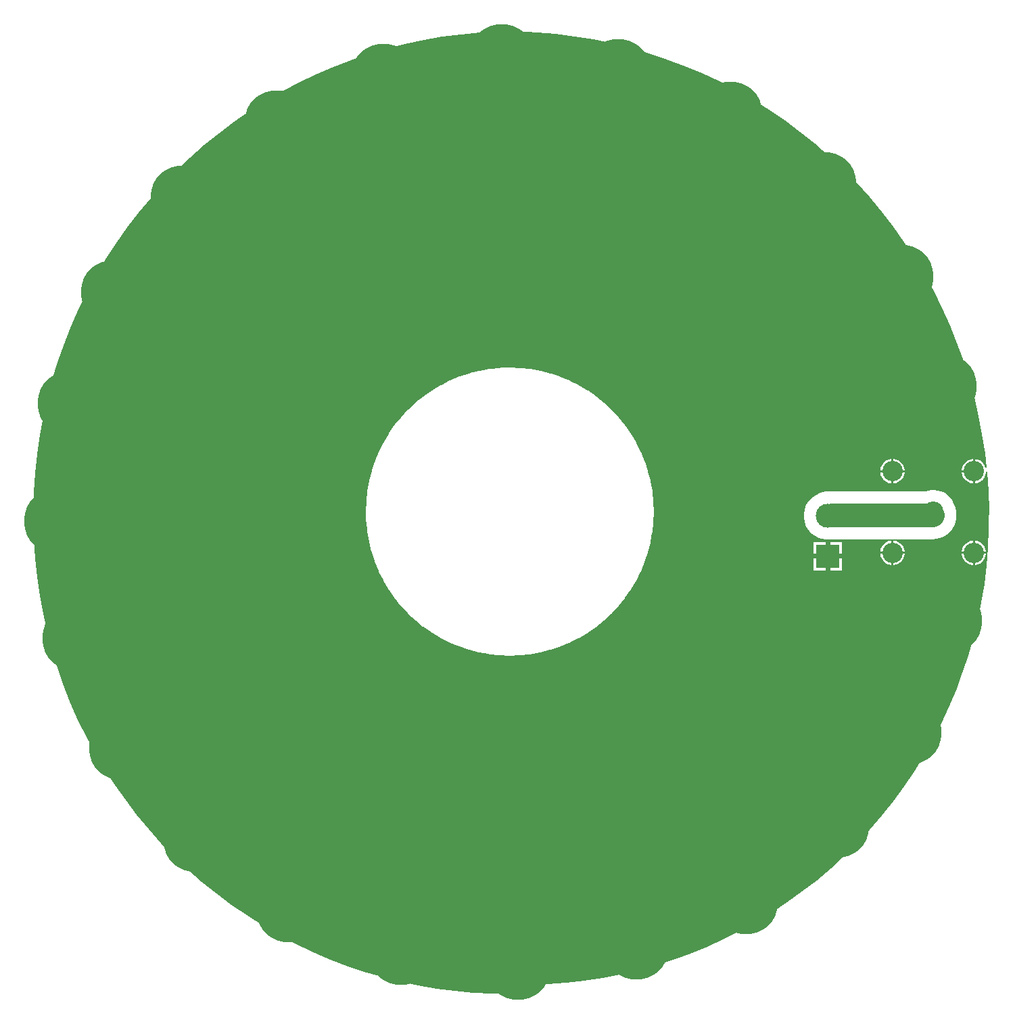
<source format=gbr>
%TF.GenerationSoftware,Altium Limited,Altium Designer,21.0.9 (235)*%
G04 Layer_Physical_Order=2*
G04 Layer_Color=16711680*
%FSLAX45Y45*%
%MOMM*%
%TF.SameCoordinates,F7A25A3E-D5AF-42C8-93B9-E033C83BC228*%
%TF.FilePolarity,Positive*%
%TF.FileFunction,Copper,L2,Bot,Signal*%
%TF.Part,Single*%
G01*
G75*
%TA.AperFunction,Conductor*%
%ADD10C,3.00000*%
%TA.AperFunction,ViaPad*%
%ADD11C,8.00000*%
%ADD12C,3.00000*%
%ADD13R,3.00000X3.00000*%
%TA.AperFunction,ComponentPad*%
%ADD14C,2.55000*%
G36*
X101698Y6012411D02*
X339689Y6001143D01*
X577055Y5980540D01*
X813429Y5950634D01*
X1048447Y5911471D01*
X1281745Y5863111D01*
X1512966Y5805630D01*
X1741751Y5739115D01*
X1967749Y5663669D01*
X2190611Y5579409D01*
X2409992Y5486464D01*
X2625556Y5384978D01*
X2836968Y5275108D01*
X3043905Y5157021D01*
X3246046Y5030902D01*
X3443079Y4896944D01*
X3634702Y4755354D01*
X3820617Y4606349D01*
X4000540Y4450161D01*
X4174192Y4287029D01*
X4341306Y4117205D01*
X4501623Y3940952D01*
X4654897Y3758540D01*
X4800892Y3570252D01*
X4939382Y3376377D01*
X5070153Y3177214D01*
X5193005Y2973071D01*
X5307747Y2764261D01*
X5414203Y2551108D01*
X5512209Y2333940D01*
X5601613Y2113092D01*
X5682277Y1888904D01*
X5754078Y1661722D01*
X5816904Y1431897D01*
X5870659Y1199781D01*
X5915260Y965735D01*
X5950637Y730118D01*
X5969991Y554510D01*
X5957428Y552572D01*
X5957024Y554599D01*
X5945498Y582425D01*
X5928765Y607468D01*
X5907468Y628765D01*
X5882425Y645498D01*
X5854599Y657024D01*
X5825059Y662900D01*
X5822700D01*
Y509999D01*
Y357100D01*
X5825059D01*
X5854599Y362976D01*
X5882425Y374502D01*
X5907468Y391235D01*
X5928765Y412532D01*
X5945498Y437575D01*
X5957024Y465401D01*
X5962900Y494941D01*
Y502916D01*
X5975600Y503614D01*
X5976737Y493293D01*
X5993519Y255627D01*
X6000958Y17485D01*
X6000000Y-101640D01*
X5999999Y-101641D01*
X5999452Y-216341D01*
X5989353Y-445524D01*
X5970264Y-674133D01*
X5942215Y-901816D01*
X5905249Y-1128223D01*
X5859422Y-1353004D01*
X5804806Y-1575812D01*
X5741484Y-1796305D01*
X5669555Y-2014141D01*
X5589129Y-2228985D01*
X5500330Y-2440507D01*
X5403296Y-2648379D01*
X5298175Y-2852281D01*
X5185130Y-3051899D01*
X5064335Y-3246925D01*
X4935977Y-3437058D01*
X4800253Y-3622005D01*
X4657373Y-3801482D01*
X4507556Y-3975210D01*
X4351035Y-4142923D01*
X4188050Y-4304361D01*
X4018853Y-4459277D01*
X3843704Y-4607429D01*
X3662873Y-4748592D01*
X3476640Y-4882546D01*
X3285292Y-5009086D01*
X3089123Y-5128016D01*
X2888436Y-5239152D01*
X2683541Y-5342324D01*
X2474753Y-5437372D01*
X2262395Y-5524150D01*
X2046793Y-5602524D01*
X1828281Y-5672373D01*
X1607195Y-5733590D01*
X1383876Y-5786079D01*
X1158668Y-5829761D01*
X931919Y-5864567D01*
X703979Y-5890444D01*
X475198Y-5907352D01*
X245930Y-5915266D01*
X131229Y-5914719D01*
X131229Y-6027345D01*
X14488Y-6030264D01*
X-219038Y-6026932D01*
X-452253Y-6014434D01*
X-684798Y-5992789D01*
X-916315Y-5962032D01*
X-1146444Y-5922209D01*
X-1374834Y-5873382D01*
X-1601130Y-5815626D01*
X-1824984Y-5749030D01*
X-2046051Y-5673697D01*
X-2263990Y-5589743D01*
X-2478465Y-5497298D01*
X-2689145Y-5396504D01*
X-2895706Y-5287516D01*
X-3097829Y-5170502D01*
X-3295201Y-5045644D01*
X-3487520Y-4913133D01*
X-3674488Y-4773173D01*
X-3855818Y-4625982D01*
X-4031228Y-4471785D01*
X-4200450Y-4310819D01*
X-4363222Y-4143335D01*
X-4519293Y-3969589D01*
X-4668422Y-3789850D01*
X-4810380Y-3604395D01*
X-4944947Y-3413510D01*
X-5071917Y-3217488D01*
X-5191093Y-3016633D01*
X-5302291Y-2811254D01*
X-5405341Y-2601667D01*
X-5500083Y-2388197D01*
X-5586371Y-2171171D01*
X-5664072Y-1950926D01*
X-5733067Y-1727799D01*
X-5793248Y-1502136D01*
X-5844523Y-1274284D01*
X-5886814Y-1044595D01*
X-5920054Y-813422D01*
X-5944193Y-581123D01*
X-5959193Y-348055D01*
X-5962112Y-231316D01*
X-5963940Y-101640D01*
X-5963940Y-101640D01*
X-5963941Y-101640D01*
X-5965595Y16789D01*
X-5959604Y253594D01*
X-5944319Y489981D01*
X-5919766Y725587D01*
X-5885982Y960047D01*
X-5843019Y1192999D01*
X-5790944Y1424085D01*
X-5729836Y1652949D01*
X-5659790Y1879237D01*
X-5580914Y2102601D01*
X-5493330Y2322695D01*
X-5397172Y2539182D01*
X-5292589Y2751726D01*
X-5179743Y2960001D01*
X-5058806Y3163685D01*
X-4929966Y3362463D01*
X-4793422Y3556030D01*
X-4649383Y3744088D01*
X-4498072Y3926345D01*
X-4339722Y4102521D01*
X-4174578Y4272345D01*
X-4002894Y4435554D01*
X-3824934Y4591897D01*
X-3640974Y4741133D01*
X-3451297Y4883031D01*
X-3256195Y5017374D01*
X-3055969Y5143953D01*
X-2850927Y5262573D01*
X-2641387Y5373053D01*
X-2427672Y5475220D01*
X-2210109Y5568919D01*
X-1989036Y5654003D01*
X-1764793Y5730343D01*
X-1537726Y5797819D01*
X-1308184Y5856330D01*
X-1076523Y5905783D01*
X-843098Y5946103D01*
X-608271Y5977228D01*
X-372402Y5999110D01*
X-135857Y6011714D01*
X-17428Y6013368D01*
X101698Y6012411D01*
D02*
G37*
%LPC*%
G36*
X4805059Y662900D02*
X4802700D01*
Y522699D01*
X4942900D01*
Y525059D01*
X4937024Y554599D01*
X4925498Y582425D01*
X4908765Y607468D01*
X4887468Y628765D01*
X4862425Y645498D01*
X4834599Y657024D01*
X4805059Y662900D01*
D02*
G37*
G36*
X5797300D02*
X5794941D01*
X5765401Y657024D01*
X5737575Y645498D01*
X5712532Y628765D01*
X5691235Y607468D01*
X5674502Y582425D01*
X5662976Y554599D01*
X5657100Y525059D01*
Y522699D01*
X5797300D01*
Y662900D01*
D02*
G37*
G36*
X4777300D02*
X4774941D01*
X4745401Y657024D01*
X4717575Y645498D01*
X4692532Y628765D01*
X4671235Y607468D01*
X4654502Y582425D01*
X4642976Y554599D01*
X4637100Y525059D01*
Y522699D01*
X4777300D01*
Y662900D01*
D02*
G37*
G36*
X5797300Y497299D02*
X5657100D01*
Y494941D01*
X5662976Y465401D01*
X5674502Y437575D01*
X5691235Y412532D01*
X5712532Y391235D01*
X5737575Y374502D01*
X5765401Y362976D01*
X5794941Y357100D01*
X5797300D01*
Y497299D01*
D02*
G37*
G36*
X4942900D02*
X4802700D01*
Y357100D01*
X4805059D01*
X4834599Y362976D01*
X4862425Y374502D01*
X4887468Y391235D01*
X4908765Y412532D01*
X4925498Y437575D01*
X4937024Y465401D01*
X4942900Y494941D01*
Y497299D01*
D02*
G37*
G36*
X4777300D02*
X4637100D01*
Y494941D01*
X4642976Y465401D01*
X4654502Y437575D01*
X4671235Y412532D01*
X4692532Y391235D01*
X4717575Y374502D01*
X4745401Y362976D01*
X4774941Y357100D01*
X4777300D01*
Y497299D01*
D02*
G37*
G36*
X5321840Y277500D02*
X5278160D01*
X5235019Y270667D01*
X5205044Y260928D01*
X4028250D01*
X3981175Y257223D01*
X3967752Y254000D01*
X3958889D01*
X3912250Y246613D01*
X3867340Y232021D01*
X3825266Y210583D01*
X3787063Y182827D01*
X3753673Y149437D01*
X3725917Y111234D01*
X3704479Y69160D01*
X3689887Y24250D01*
X3682500Y-22389D01*
Y-69610D01*
X3689887Y-116250D01*
X3704479Y-161160D01*
X3725917Y-203234D01*
X3753673Y-241436D01*
X3787063Y-274827D01*
X3825266Y-302583D01*
X3867340Y-324020D01*
X3912250Y-338612D01*
X3958889Y-346000D01*
X4006110D01*
X4038134Y-340927D01*
X5291750D01*
X5338825Y-337223D01*
X5384742Y-326199D01*
X5428368Y-308128D01*
X5468631Y-283455D01*
X5504538Y-252788D01*
X5535205Y-216881D01*
X5559878Y-176618D01*
X5577949Y-132992D01*
X5588973Y-87075D01*
X5592677Y-40000D01*
X5588973Y7075D01*
X5577949Y52992D01*
X5562240Y90918D01*
X5557169Y106523D01*
X5537339Y145442D01*
X5511665Y180779D01*
X5480779Y211665D01*
X5445442Y237339D01*
X5406523Y257169D01*
X5364981Y270667D01*
X5321840Y277500D01*
D02*
G37*
G36*
X5825059Y-357100D02*
X5822700D01*
Y-497301D01*
X5962900D01*
Y-494941D01*
X5957024Y-465401D01*
X5945498Y-437575D01*
X5928765Y-412532D01*
X5907468Y-391235D01*
X5882425Y-374502D01*
X5854599Y-362976D01*
X5825059Y-357100D01*
D02*
G37*
G36*
X4805059D02*
X4802700D01*
Y-497301D01*
X4942900D01*
Y-494941D01*
X4937024Y-465401D01*
X4925498Y-437575D01*
X4908765Y-412532D01*
X4887468Y-391235D01*
X4862425Y-374502D01*
X4834599Y-362976D01*
X4805059Y-357100D01*
D02*
G37*
G36*
X5797300D02*
X5794941D01*
X5765401Y-362976D01*
X5737575Y-374502D01*
X5712532Y-391235D01*
X5691235Y-412532D01*
X5674502Y-437575D01*
X5662976Y-465401D01*
X5657100Y-494941D01*
Y-497301D01*
X5797300D01*
Y-357100D01*
D02*
G37*
G36*
X4777300D02*
X4774941D01*
X4745401Y-362976D01*
X4717575Y-374502D01*
X4692532Y-391235D01*
X4671235Y-412532D01*
X4654502Y-437575D01*
X4642976Y-465401D01*
X4637100Y-494941D01*
Y-497301D01*
X4777300D01*
Y-357100D01*
D02*
G37*
G36*
X4157900Y-378600D02*
X4012500D01*
Y-524000D01*
X4157900D01*
Y-378600D01*
D02*
G37*
G36*
X3952500D02*
X3807100D01*
Y-524000D01*
X3952500D01*
Y-378600D01*
D02*
G37*
G36*
X5962900Y-522701D02*
X5822700D01*
Y-662900D01*
X5825059D01*
X5854599Y-657024D01*
X5882425Y-645498D01*
X5907468Y-628765D01*
X5928765Y-607468D01*
X5945498Y-582425D01*
X5957024Y-554599D01*
X5962900Y-525059D01*
Y-522701D01*
D02*
G37*
G36*
X5797300D02*
X5657100D01*
Y-525059D01*
X5662976Y-554599D01*
X5674502Y-582425D01*
X5691235Y-607468D01*
X5712532Y-628765D01*
X5737575Y-645498D01*
X5765401Y-657024D01*
X5794941Y-662900D01*
X5797300D01*
Y-522701D01*
D02*
G37*
G36*
X4942900D02*
X4802700D01*
Y-662900D01*
X4805059D01*
X4834599Y-657024D01*
X4862425Y-645498D01*
X4887468Y-628765D01*
X4908765Y-607468D01*
X4925498Y-582425D01*
X4937024Y-554599D01*
X4942900Y-525059D01*
Y-522701D01*
D02*
G37*
G36*
X4777300D02*
X4637100D01*
Y-525059D01*
X4642976Y-554599D01*
X4654502Y-582425D01*
X4671235Y-607468D01*
X4692532Y-628765D01*
X4717575Y-645498D01*
X4745401Y-657024D01*
X4774941Y-662900D01*
X4777300D01*
Y-522701D01*
D02*
G37*
G36*
X4157900Y-584000D02*
X4012500D01*
Y-729400D01*
X4157900D01*
Y-584000D01*
D02*
G37*
G36*
X3952500D02*
X3807100D01*
Y-729400D01*
X3952500D01*
Y-584000D01*
D02*
G37*
G36*
X-1426Y1807806D02*
X-119286Y1803826D01*
X-124630Y1803117D01*
X-130020Y1803080D01*
X-247295Y1790702D01*
X-252574Y1789614D01*
X-257948Y1789191D01*
X-374042Y1768479D01*
X-379231Y1767016D01*
X-384560Y1766212D01*
X-498880Y1737271D01*
X-503952Y1735442D01*
X-509210Y1734259D01*
X-621174Y1697235D01*
X-626102Y1695049D01*
X-631262Y1693495D01*
X-740300Y1648578D01*
X-745058Y1646047D01*
X-750097Y1644128D01*
X-855652Y1591547D01*
X-860219Y1588681D01*
X-865105Y1586409D01*
X-966641Y1526431D01*
X-970990Y1523249D01*
X-975704Y1520632D01*
X-1072702Y1453564D01*
X-1076814Y1450078D01*
X-1081328Y1447133D01*
X-1173295Y1373316D01*
X-1177147Y1369546D01*
X-1181440Y1366286D01*
X-1267906Y1286096D01*
X-1271480Y1282062D01*
X-1275529Y1278503D01*
X-1356054Y1192349D01*
X-1359331Y1188070D01*
X-1363116Y1184232D01*
X-1437289Y1092553D01*
X-1440253Y1088050D01*
X-1443754Y1083952D01*
X-1511199Y987215D01*
X-1513834Y982511D01*
X-1517033Y978175D01*
X-1577405Y876874D01*
X-1579697Y871995D01*
X-1582580Y867440D01*
X-1635571Y762090D01*
X-1637509Y757061D01*
X-1640060Y752311D01*
X-1685400Y643449D01*
X-1686975Y638294D01*
X-1689180Y633375D01*
X-1726639Y521555D01*
X-1727842Y516301D01*
X-1729690Y511238D01*
X-1759076Y397031D01*
X-1759901Y391703D01*
X-1761384Y386522D01*
X-1782548Y270509D01*
X-1782991Y265138D01*
X-1784100Y259862D01*
X-1796933Y142635D01*
X-1796992Y137246D01*
X-1797722Y131905D01*
X-1802160Y14062D01*
X-1801834Y8680D01*
X-1802181Y3303D01*
X-1798201Y-114557D01*
X-1797492Y-119901D01*
X-1797454Y-125291D01*
X-1785077Y-242566D01*
X-1783988Y-247845D01*
X-1783566Y-253220D01*
X-1762853Y-369313D01*
X-1761391Y-374502D01*
X-1760587Y-379831D01*
X-1731645Y-494151D01*
X-1729817Y-499222D01*
X-1728634Y-504481D01*
X-1691610Y-616445D01*
X-1689425Y-621372D01*
X-1687870Y-626534D01*
X-1642953Y-735572D01*
X-1640422Y-740330D01*
X-1638503Y-745368D01*
X-1585922Y-850923D01*
X-1583057Y-855489D01*
X-1580783Y-860377D01*
X-1520806Y-961912D01*
X-1517623Y-966263D01*
X-1515007Y-970975D01*
X-1447939Y-1067973D01*
X-1444454Y-1072085D01*
X-1441508Y-1076600D01*
X-1367691Y-1168566D01*
X-1363921Y-1172420D01*
X-1360661Y-1176711D01*
X-1280471Y-1263178D01*
X-1276436Y-1266752D01*
X-1272878Y-1270800D01*
X-1186725Y-1351325D01*
X-1182445Y-1354602D01*
X-1178607Y-1358387D01*
X-1086928Y-1432561D01*
X-1082426Y-1435524D01*
X-1078327Y-1439026D01*
X-981590Y-1506471D01*
X-976888Y-1509105D01*
X-972550Y-1512305D01*
X-871248Y-1572677D01*
X-866370Y-1574969D01*
X-861815Y-1577852D01*
X-756465Y-1630843D01*
X-751437Y-1632781D01*
X-746687Y-1635332D01*
X-637824Y-1680672D01*
X-632669Y-1682247D01*
X-627750Y-1684452D01*
X-515930Y-1721911D01*
X-510676Y-1723114D01*
X-505613Y-1724962D01*
X-391406Y-1754348D01*
X-386078Y-1755174D01*
X-380897Y-1756656D01*
X-264884Y-1777820D01*
X-259512Y-1778263D01*
X-254237Y-1779372D01*
X-137011Y-1792205D01*
X-131622Y-1792264D01*
X-126280Y-1792994D01*
X-8437Y-1797432D01*
X-3056Y-1797106D01*
X2323Y-1797453D01*
X120182Y-1793473D01*
X125526Y-1792764D01*
X130916Y-1792726D01*
X248191Y-1780349D01*
X253470Y-1779260D01*
X258845Y-1778838D01*
X374938Y-1758126D01*
X380127Y-1756663D01*
X385456Y-1755859D01*
X499776Y-1726917D01*
X504848Y-1725088D01*
X510106Y-1723906D01*
X622071Y-1686882D01*
X626998Y-1684696D01*
X632159Y-1683142D01*
X741197Y-1638225D01*
X745955Y-1635694D01*
X750993Y-1633774D01*
X856548Y-1581193D01*
X861115Y-1578328D01*
X866002Y-1576055D01*
X967537Y-1516078D01*
X971887Y-1512895D01*
X976600Y-1510279D01*
X1073599Y-1443211D01*
X1077711Y-1439725D01*
X1082224Y-1436779D01*
X1174191Y-1362962D01*
X1178043Y-1359193D01*
X1182336Y-1355932D01*
X1268802Y-1275743D01*
X1272376Y-1271708D01*
X1276425Y-1268149D01*
X1356950Y-1181996D01*
X1360226Y-1177717D01*
X1364012Y-1173878D01*
X1438186Y-1082199D01*
X1441149Y-1077697D01*
X1444651Y-1073598D01*
X1512096Y-976862D01*
X1514730Y-972159D01*
X1517930Y-967821D01*
X1578302Y-866519D01*
X1580593Y-861642D01*
X1583476Y-857087D01*
X1636467Y-751736D01*
X1638406Y-746707D01*
X1640956Y-741957D01*
X1686297Y-633095D01*
X1687871Y-627940D01*
X1690076Y-623022D01*
X1727535Y-511202D01*
X1728738Y-505948D01*
X1730587Y-500884D01*
X1759973Y-386677D01*
X1760798Y-381349D01*
X1762280Y-376168D01*
X1783444Y-260156D01*
X1783887Y-254785D01*
X1784996Y-249508D01*
X1797830Y-132282D01*
X1797888Y-126892D01*
X1798618Y-121551D01*
X1803056Y-3708D01*
X1802730Y1673D01*
X1803077Y7051D01*
X1799097Y124911D01*
X1798388Y130255D01*
X1798351Y135645D01*
X1785973Y252921D01*
X1784884Y258200D01*
X1784462Y263573D01*
X1763750Y379667D01*
X1762288Y384855D01*
X1761483Y390185D01*
X1732541Y504505D01*
X1730713Y509575D01*
X1729530Y514835D01*
X1692506Y626799D01*
X1690321Y631726D01*
X1688766Y636888D01*
X1643849Y745925D01*
X1641318Y750684D01*
X1639399Y755721D01*
X1586818Y861277D01*
X1583953Y865844D01*
X1581680Y870730D01*
X1521702Y972266D01*
X1518520Y976615D01*
X1515903Y981329D01*
X1448835Y1078327D01*
X1445349Y1082440D01*
X1442404Y1086953D01*
X1368587Y1178920D01*
X1364817Y1182773D01*
X1361557Y1187065D01*
X1281367Y1273531D01*
X1277332Y1277105D01*
X1273774Y1281154D01*
X1187621Y1361679D01*
X1183341Y1364956D01*
X1179503Y1368741D01*
X1087824Y1442915D01*
X1083322Y1445878D01*
X1079223Y1449380D01*
X982486Y1516824D01*
X977782Y1519459D01*
X973446Y1522659D01*
X872145Y1583030D01*
X867266Y1585323D01*
X862711Y1588205D01*
X757361Y1641196D01*
X752332Y1643135D01*
X747583Y1645685D01*
X638720Y1691026D01*
X633564Y1692600D01*
X628646Y1694805D01*
X516827Y1732264D01*
X511574Y1733467D01*
X506509Y1735316D01*
X392302Y1764702D01*
X386975Y1765527D01*
X381793Y1767009D01*
X265781Y1788173D01*
X260407Y1788616D01*
X255134Y1789725D01*
X137907Y1802559D01*
X132519Y1802617D01*
X127177Y1803347D01*
X9333Y1807786D01*
X3952Y1807459D01*
X-1426Y1807806D01*
D02*
G37*
%LPD*%
D10*
X4028250Y-40000D02*
X5291750D01*
D11*
X4101582Y-3920697D02*
D03*
X1584894Y-5451377D02*
D03*
X-1359107Y-5516614D02*
D03*
X-3935328Y-4097974D02*
D03*
X-5454211Y-1577279D02*
D03*
X-5506367Y1355736D02*
D03*
X-4097974Y3935328D02*
D03*
X-1581286Y5457081D02*
D03*
X1359107Y5516614D02*
D03*
X3935328Y4097975D02*
D03*
X5441988Y1572866D02*
D03*
X5516614Y-1359107D02*
D03*
X2763397Y4986345D02*
D03*
X4905943Y2943615D02*
D03*
X5005943Y-2756385D02*
D03*
X2956201Y-4879332D02*
D03*
X100000Y-5700000D02*
D03*
X-2763397Y-4986345D02*
D03*
X-4866747Y-2951611D02*
D03*
X-5680402Y-115008D02*
D03*
X-4966747Y2748389D02*
D03*
X-2917005Y4871337D02*
D03*
X-100000Y5700000D02*
D03*
D12*
X3982500Y-46000D02*
D03*
D13*
Y-554000D02*
D03*
D14*
X5810000Y-510000D02*
D03*
Y510000D02*
D03*
X4790000D02*
D03*
Y-510000D02*
D03*
X5300000Y0D02*
D03*
%TF.MD5,96dbbb3534c6388a61eb35194f003d79*%
M02*

</source>
